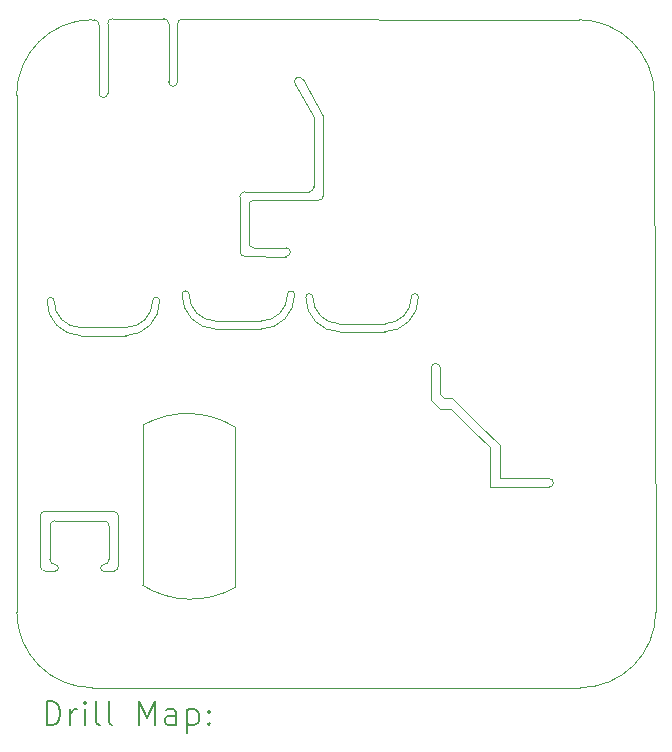
<source format=gbr>
%TF.GenerationSoftware,KiCad,Pcbnew,7.0.5*%
%TF.CreationDate,2023-05-31T16:50:52+02:00*%
%TF.ProjectId,smart_power_socket-54x54x1_6mm_3Cu,736d6172-745f-4706-9f77-65725f736f63,rev?*%
%TF.SameCoordinates,Original*%
%TF.FileFunction,Drillmap*%
%TF.FilePolarity,Positive*%
%FSLAX45Y45*%
G04 Gerber Fmt 4.5, Leading zero omitted, Abs format (unit mm)*
G04 Created by KiCad (PCBNEW 7.0.5) date 2023-05-31 16:50:52*
%MOMM*%
%LPD*%
G01*
G04 APERTURE LIST*
%ADD10C,0.100000*%
%ADD11C,0.200000*%
G04 APERTURE END LIST*
D10*
X11603410Y-11211177D02*
X11605297Y-11635411D01*
X11946740Y-9681963D02*
X12327897Y-9681963D01*
X11605301Y-11635411D02*
G75*
G03*
X11648346Y-11676411I41069J21D01*
G01*
X12264353Y-11210897D02*
G75*
G03*
X12221311Y-11169897I-41013J37D01*
G01*
X13294093Y-8971207D02*
X13294299Y-8504717D01*
X14988902Y-10180402D02*
X14988902Y-9954402D01*
X13089842Y-9627000D02*
X13471000Y-9627000D01*
X14137842Y-9650087D02*
X14519000Y-9650087D01*
X11942740Y-9612875D02*
X12331897Y-9612875D01*
X13824890Y-7511922D02*
G75*
G03*
X13760718Y-7548971I-32090J-18518D01*
G01*
X14805157Y-9357000D02*
G75*
G03*
X14744842Y-9357000I-30158J0D01*
G01*
X12185019Y-11291000D02*
G75*
G03*
X12141976Y-11250000I-41029J20D01*
G01*
X13335397Y-9012510D02*
X13683397Y-9012598D01*
X11720895Y-9388875D02*
G75*
G03*
X11942740Y-9612875I221845J-2145D01*
G01*
X11404996Y-12022993D02*
X11403149Y-7647700D01*
X13254738Y-10457576D02*
G75*
G03*
X12471648Y-10440732I-405738J-651424D01*
G01*
X14133842Y-9581000D02*
X14523000Y-9581000D01*
X13085842Y-9557913D02*
X13475000Y-9557913D01*
X15910000Y-10965108D02*
X15410000Y-10964000D01*
X12471648Y-10440732D02*
X12471648Y-11797720D01*
X11726370Y-11249396D02*
X12141976Y-11250000D01*
X11684317Y-11578445D02*
G75*
G03*
X11727370Y-11619444I41053J5D01*
G01*
X12806304Y-7001700D02*
G75*
G03*
X12765000Y-7043000I-4J-41300D01*
G01*
X15318500Y-10437598D02*
X15147500Y-10266000D01*
X12224027Y-11677431D02*
X12144027Y-11677476D01*
X15493000Y-10607000D02*
X15493000Y-10890000D01*
X15077098Y-10300402D02*
X15266098Y-10490000D01*
X13683397Y-9012591D02*
G75*
G03*
X13683397Y-8938490I-7J37051D01*
G01*
X13878191Y-8463604D02*
G75*
G03*
X13919494Y-8422304I-1J41304D01*
G01*
X11727370Y-11676875D02*
G75*
G03*
X11727370Y-11619444I0J28716D01*
G01*
X12614055Y-9388875D02*
G75*
G03*
X12553740Y-9388875I-30158J0D01*
G01*
X13912000Y-9357000D02*
G75*
G03*
X14133842Y-9581000I221850J-2140D01*
G01*
X15093500Y-10212000D02*
X15020500Y-10212000D01*
X13410603Y-8537510D02*
X13959191Y-8537608D01*
X12689892Y-7533696D02*
G75*
G03*
X12764000Y-7533696I37054J0D01*
G01*
X15411000Y-10628000D02*
X15410000Y-10964000D01*
X13410603Y-8939510D02*
X13683397Y-8938490D01*
X14000397Y-7825510D02*
X13824897Y-7511917D01*
X13757157Y-9333913D02*
G75*
G03*
X13696842Y-9333913I-30158J0D01*
G01*
X13335603Y-8463409D02*
G75*
G03*
X13294299Y-8504717I7J-41311D01*
G01*
X12864007Y-9333913D02*
G75*
G03*
X13085842Y-9557913I221843J-2147D01*
G01*
X13369299Y-8898207D02*
X13369299Y-8578814D01*
X13254738Y-11814563D02*
X13254738Y-10457576D01*
X12690300Y-7040304D02*
G75*
G03*
X12649000Y-6999000I-41300J4D01*
G01*
X14988902Y-9954402D02*
G75*
G03*
X14914794Y-9954402I-37054J0D01*
G01*
X12327897Y-9681961D02*
G75*
G03*
X12614055Y-9388875I-2367J288551D01*
G01*
X13851679Y-9357000D02*
G75*
G03*
X14137842Y-9650087I288531J-4530D01*
G01*
X13919494Y-8422304D02*
X13921397Y-7831510D01*
X16803161Y-7647696D02*
G75*
G03*
X16163149Y-7007689I-640001J7D01*
G01*
X13921397Y-7831510D02*
X13760717Y-7548971D01*
X12043156Y-7007693D02*
X12059794Y-7007693D01*
X12224027Y-11677437D02*
G75*
G03*
X12265027Y-11634383I13J41037D01*
G01*
X12649000Y-6999000D02*
X12216000Y-6999000D01*
X13912000Y-9357000D02*
G75*
G03*
X13851685Y-9357000I-30158J0D01*
G01*
X12765000Y-7043000D02*
X12764000Y-7533696D01*
X13475000Y-9557913D02*
G75*
G03*
X13696842Y-9333913I0J221853D01*
G01*
X16814007Y-12022993D02*
X16803156Y-7647696D01*
X13294090Y-8971207D02*
G75*
G03*
X13335397Y-9012510I41310J7D01*
G01*
X14523000Y-9581003D02*
G75*
G03*
X14744842Y-9357000I0J221853D01*
G01*
X12264975Y-11634383D02*
X12264359Y-11210897D01*
X12331897Y-9612870D02*
G75*
G03*
X12553740Y-9388875I3J221850D01*
G01*
X11720897Y-9388875D02*
G75*
G03*
X11660582Y-9388875I-30158J0D01*
G01*
X12216000Y-6998996D02*
G75*
G03*
X12174696Y-7040304I0J-41304D01*
G01*
X14000494Y-8496304D02*
X14000397Y-7825510D01*
X15077098Y-10300402D02*
X14989500Y-10300108D01*
X12043156Y-7007689D02*
G75*
G03*
X11403149Y-7647700I4J-640011D01*
G01*
X11648346Y-11676411D02*
X11727370Y-11676872D01*
X14914794Y-10225402D02*
X14989500Y-10300108D01*
X12806304Y-7001696D02*
X16163149Y-7007689D01*
X11684321Y-11578445D02*
X11685370Y-11292444D01*
X11726370Y-11249400D02*
G75*
G03*
X11685370Y-11292444I-20J-41030D01*
G01*
X12100588Y-7630000D02*
G75*
G03*
X12174696Y-7630000I37054J0D01*
G01*
X15147500Y-10266000D02*
X15093500Y-10212000D01*
X13471000Y-9627003D02*
G75*
G03*
X13757157Y-9333913I-2370J288553D01*
G01*
X14519000Y-9650094D02*
G75*
G03*
X14805157Y-9357000I-2370J288554D01*
G01*
X13369300Y-8898207D02*
G75*
G03*
X13410603Y-8939510I41310J7D01*
G01*
X13410603Y-8537509D02*
G75*
G03*
X13369299Y-8578814I-3J-41301D01*
G01*
X12144027Y-11620044D02*
G75*
G03*
X12144027Y-11677476I3J-28716D01*
G01*
X13878191Y-8463608D02*
X13335603Y-8463413D01*
X16174000Y-12663000D02*
X12045003Y-12663000D01*
X12864000Y-9333913D02*
G75*
G03*
X12803685Y-9333913I-30158J0D01*
G01*
X15020500Y-10212000D02*
X14988902Y-10180402D01*
X15910000Y-10965100D02*
G75*
G03*
X15910000Y-10891000I0J37050D01*
G01*
X12221311Y-11169897D02*
X11644410Y-11168129D01*
X11644410Y-11168131D02*
G75*
G03*
X11603410Y-11211177I-10J-41039D01*
G01*
X11660583Y-9388875D02*
G75*
G03*
X11946740Y-9681963I288527J-4535D01*
G01*
X15266098Y-10490000D02*
X15411000Y-10628000D01*
X12184976Y-11577000D02*
X12185024Y-11291000D01*
X14914794Y-9954402D02*
X14914794Y-10225402D01*
X12101097Y-7048997D02*
X12100588Y-7630000D01*
X12101097Y-7048997D02*
G75*
G03*
X12059794Y-7007693I-41307J-3D01*
G01*
X12690304Y-7040304D02*
X12689892Y-7533696D01*
X12471650Y-11797716D02*
G75*
G03*
X13254738Y-11814563I405740J651416D01*
G01*
X11405000Y-12022993D02*
G75*
G03*
X12045003Y-12663000I640020J13D01*
G01*
X13959191Y-8537604D02*
G75*
G03*
X14000494Y-8496304I-1J41304D01*
G01*
X16174000Y-12663000D02*
G75*
G03*
X16814007Y-12022993I3J640004D01*
G01*
X12803686Y-9333913D02*
G75*
G03*
X13089842Y-9627000I288524J-4537D01*
G01*
X12144027Y-11620046D02*
G75*
G03*
X12185027Y-11577000I3J41046D01*
G01*
X12174696Y-7040304D02*
X12174696Y-7630000D01*
X15318500Y-10437598D02*
X15493000Y-10607000D01*
X15493000Y-10890000D02*
X15910000Y-10891000D01*
D11*
X11658925Y-12979484D02*
X11658925Y-12779484D01*
X11658925Y-12779484D02*
X11706544Y-12779484D01*
X11706544Y-12779484D02*
X11735116Y-12789008D01*
X11735116Y-12789008D02*
X11754163Y-12808055D01*
X11754163Y-12808055D02*
X11763687Y-12827103D01*
X11763687Y-12827103D02*
X11773211Y-12865198D01*
X11773211Y-12865198D02*
X11773211Y-12893769D01*
X11773211Y-12893769D02*
X11763687Y-12931865D01*
X11763687Y-12931865D02*
X11754163Y-12950912D01*
X11754163Y-12950912D02*
X11735116Y-12969960D01*
X11735116Y-12969960D02*
X11706544Y-12979484D01*
X11706544Y-12979484D02*
X11658925Y-12979484D01*
X11858925Y-12979484D02*
X11858925Y-12846150D01*
X11858925Y-12884246D02*
X11868449Y-12865198D01*
X11868449Y-12865198D02*
X11877973Y-12855674D01*
X11877973Y-12855674D02*
X11897021Y-12846150D01*
X11897021Y-12846150D02*
X11916068Y-12846150D01*
X11982735Y-12979484D02*
X11982735Y-12846150D01*
X11982735Y-12779484D02*
X11973211Y-12789008D01*
X11973211Y-12789008D02*
X11982735Y-12798531D01*
X11982735Y-12798531D02*
X11992259Y-12789008D01*
X11992259Y-12789008D02*
X11982735Y-12779484D01*
X11982735Y-12779484D02*
X11982735Y-12798531D01*
X12106544Y-12979484D02*
X12087497Y-12969960D01*
X12087497Y-12969960D02*
X12077973Y-12950912D01*
X12077973Y-12950912D02*
X12077973Y-12779484D01*
X12211306Y-12979484D02*
X12192259Y-12969960D01*
X12192259Y-12969960D02*
X12182735Y-12950912D01*
X12182735Y-12950912D02*
X12182735Y-12779484D01*
X12439878Y-12979484D02*
X12439878Y-12779484D01*
X12439878Y-12779484D02*
X12506544Y-12922341D01*
X12506544Y-12922341D02*
X12573211Y-12779484D01*
X12573211Y-12779484D02*
X12573211Y-12979484D01*
X12754163Y-12979484D02*
X12754163Y-12874722D01*
X12754163Y-12874722D02*
X12744640Y-12855674D01*
X12744640Y-12855674D02*
X12725592Y-12846150D01*
X12725592Y-12846150D02*
X12687497Y-12846150D01*
X12687497Y-12846150D02*
X12668449Y-12855674D01*
X12754163Y-12969960D02*
X12735116Y-12979484D01*
X12735116Y-12979484D02*
X12687497Y-12979484D01*
X12687497Y-12979484D02*
X12668449Y-12969960D01*
X12668449Y-12969960D02*
X12658925Y-12950912D01*
X12658925Y-12950912D02*
X12658925Y-12931865D01*
X12658925Y-12931865D02*
X12668449Y-12912817D01*
X12668449Y-12912817D02*
X12687497Y-12903293D01*
X12687497Y-12903293D02*
X12735116Y-12903293D01*
X12735116Y-12903293D02*
X12754163Y-12893769D01*
X12849402Y-12846150D02*
X12849402Y-13046150D01*
X12849402Y-12855674D02*
X12868449Y-12846150D01*
X12868449Y-12846150D02*
X12906544Y-12846150D01*
X12906544Y-12846150D02*
X12925592Y-12855674D01*
X12925592Y-12855674D02*
X12935116Y-12865198D01*
X12935116Y-12865198D02*
X12944640Y-12884246D01*
X12944640Y-12884246D02*
X12944640Y-12941388D01*
X12944640Y-12941388D02*
X12935116Y-12960436D01*
X12935116Y-12960436D02*
X12925592Y-12969960D01*
X12925592Y-12969960D02*
X12906544Y-12979484D01*
X12906544Y-12979484D02*
X12868449Y-12979484D01*
X12868449Y-12979484D02*
X12849402Y-12969960D01*
X13030354Y-12960436D02*
X13039878Y-12969960D01*
X13039878Y-12969960D02*
X13030354Y-12979484D01*
X13030354Y-12979484D02*
X13020830Y-12969960D01*
X13020830Y-12969960D02*
X13030354Y-12960436D01*
X13030354Y-12960436D02*
X13030354Y-12979484D01*
X13030354Y-12855674D02*
X13039878Y-12865198D01*
X13039878Y-12865198D02*
X13030354Y-12874722D01*
X13030354Y-12874722D02*
X13020830Y-12865198D01*
X13020830Y-12865198D02*
X13030354Y-12855674D01*
X13030354Y-12855674D02*
X13030354Y-12874722D01*
M02*

</source>
